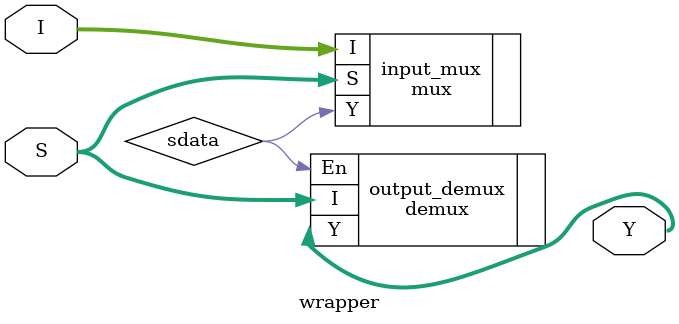
<source format=v>
`timescale 1ns / 1ps
module wrapper (
    input [3:0] I,
    input [1:0] S,
    output [3:0] Y
);

// Structural Description of wrapper
wire sdata;
 
mux input_mux (
    .I(I),
    .S(S),
    .Y(sdata)
);
 
demux output_demux (
    .En(sdata),
    .I(S),
    .Y(Y)
);
 
endmodule
</source>
